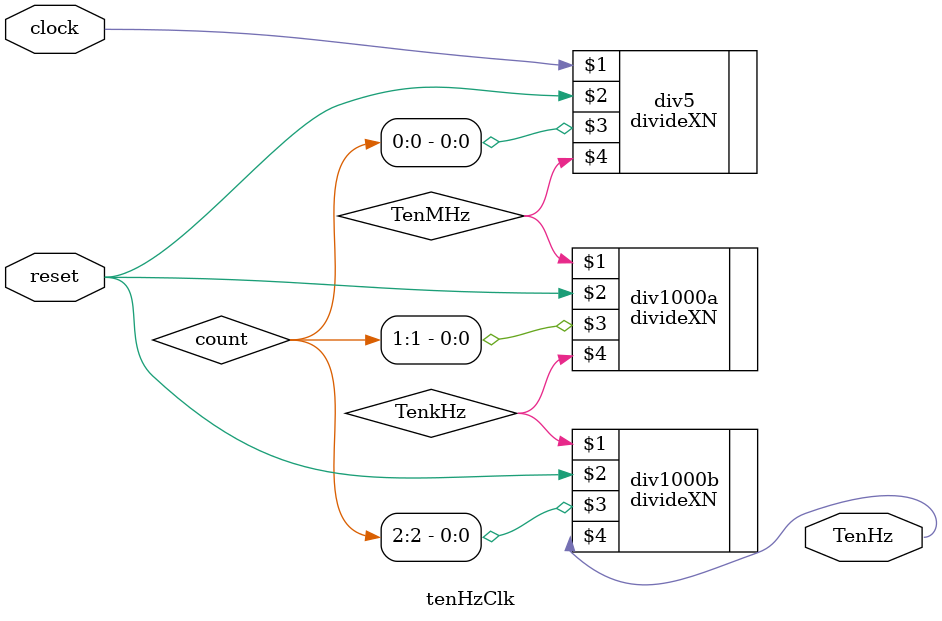
<source format=v>
module tenHzClk
(
	input clock, reset,
	output TenHz
);
		wire TenMHz, TenkHz;
		wire [2:0] count;
		
		divideXN #(5, 4) 			 div5 		 (clock, 	reset, count[0] ,TenMHz);
		divideXN #(1000, 4'd10)  div1000a    (TenMHz, 	reset, count[1], TenkHz);
		divideXN #(1000, 4'd10)  div1000b    (TenkHz, 	reset, count[2], TenHz);
		
endmodule
</source>
